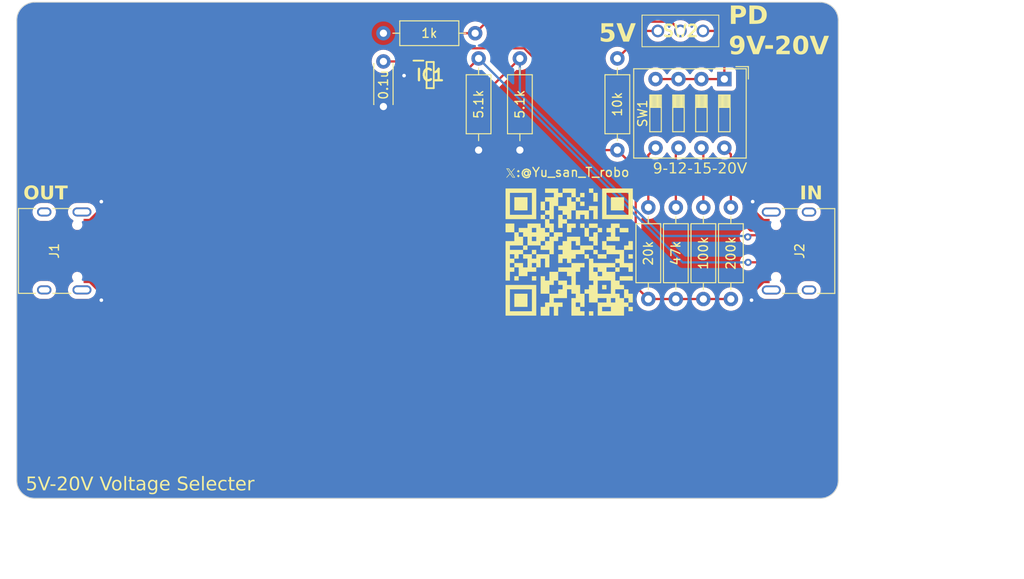
<source format=kicad_pcb>
(kicad_pcb (version 20240108) (generator "pcbnew") (generator_version "8.0")
  (layers (0 "F.Cu" signal) (31 "B.Cu" signal) (34 "B.Paste" user) (35 "F.Paste" user) (36 "B.SilkS" user "B.Silkscreen") (37 "F.SilkS" user "F.Silkscreen") (38 "B.Mask" user) (39 "F.Mask" user) (44 "Edge.Cuts" user))
  (net 0 "")
  (net 1 "/VDD")
  (net 2 "GND")
  (net 3 "Net-(SW2-C)")
  (net 4 "Net-(IC1-CC1)")
  (net 5 "Net-(IC1-CC2)")
  (net 6 "/100k")
  (net 8 "/VBUS")
  (net 13 "Net-(R4-Pad1)")
  (net 14 "Net-(R5-Pad1)")
  (net 15 "Net-(R6-Pad1)")
  (net 16 "Net-(R7-Pad1)")
  (net 17 "Net-(SW2-A)")
  (footprint "Capacitor_THT:C_Disc_D4.3mm_W1.9mm_P5.00mm" (layer "F.Cu") (at 124.587 59.516 -90)
    (property "Reference" "0.1u" (at 2.587 0 90) (layer "F.SilkS"))
    (property "Value" "0.1u")
    (pad "1" thru_hole circle (at 0 0 270) (size 1.6 1.6) (drill 0.8) (layers "*.Cu" "*.Mask") (net 1 "/VDD"))
    (pad "2" thru_hole circle (at 5 0 270) (size 1.6 1.6) (drill 0.8) (layers "*.Cu" "*.Mask") (net 2 "GND"))
  )
  (footprint "Resistor_THT:R_Axial_DIN0207_L6.3mm_D2.5mm_P10.16mm_Horizontal" (layer "F.Cu") (at 135.128 59.182 -90)
    (property "Reference" "5.1k" (at 5.08 0 90) (layer "F.SilkS"))
    (property "Value" "5.1k")
    (pad "1" thru_hole circle (at 0 0 270) (size 1.6 1.6) (drill 0.8) (layers "*.Cu" "*.Mask") (net 5 "Net-(IC1-CC2)"))
    (pad "2" thru_hole oval (at 10.16 0 270) (size 1.6 1.6) (drill 0.8) (layers "*.Cu" "*.Mask") (net 2 "GND"))
  )
  (footprint "Button_Switch_THT:SW_DIP_SPSTx04_Slide_9.78x12.34mm_W7.62mm_P2.54mm" (layer "F.Cu") (at 162.346 61.468 -90)
    (property "Reference" "SW1" (at 3.81 9.057 90) (layer "F.SilkS"))
    (property "Value" "SW_DIP_x04")
    (pad "1" thru_hole rect (at 0 0 270) (size 1.6 1.6) (drill 0.8) (layers "*.Cu" "*.Mask") (net 17 "Net-(SW2-A)"))
    (pad "2" thru_hole oval (at 0 2.54 270) (size 1.6 1.6) (drill 0.8) (layers "*.Cu" "*.Mask") (net 17 "Net-(SW2-A)"))
    (pad "3" thru_hole oval (at 0 5.08 270) (size 1.6 1.6) (drill 0.8) (layers "*.Cu" "*.Mask") (net 17 "Net-(SW2-A)"))
    (pad "4" thru_hole oval (at 0 7.62 270) (size 1.6 1.6) (drill 0.8) (layers "*.Cu" "*.Mask") (net 17 "Net-(SW2-A)"))
    (pad "5" thru_hole oval (at 7.62 7.62 270) (size 1.6 1.6) (drill 0.8) (layers "*.Cu" "*.Mask") (net 13 "Net-(R4-Pad1)"))
    (pad "6" thru_hole oval (at 7.62 5.08 270) (size 1.6 1.6) (drill 0.8) (layers "*.Cu" "*.Mask") (net 14 "Net-(R5-Pad1)"))
    (pad "7" thru_hole oval (at 7.62 2.54 270) (size 1.6 1.6) (drill 0.8) (layers "*.Cu" "*.Mask") (net 15 "Net-(R6-Pad1)"))
    (pad "8" thru_hole oval (at 7.62 0 270) (size 1.6 1.6) (drill 0.8) (layers "*.Cu" "*.Mask") (net 16 "Net-(R7-Pad1)"))
  )
  (footprint "Resistor_THT:R_Axial_DIN0207_L6.3mm_D2.5mm_P10.16mm_Horizontal" (layer "F.Cu") (at 134.747 56.388 180)
    (property "Reference" "1k" (at 5.08 0 0) (layer "F.SilkS"))
    (property "Value" "1k")
    (pad "1" thru_hole circle (at 0 0 180) (size 1.6 1.6) (drill 0.8) (layers "*.Cu" "*.Mask") (net 1 "/VDD"))
    (pad "2" thru_hole oval (at 10.16 0 180) (size 1.6 1.6) (drill 0.8) (layers "*.Cu" "*.Mask") (net 8 "/VBUS"))
  )
  (footprint "Resistor_THT:R_Axial_DIN0207_L6.3mm_D2.5mm_P10.16mm_Horizontal" (layer "F.Cu") (at 150.495 59.182 -90)
    (property "Reference" "10k" (at 5.08 0 90) (layer "F.SilkS"))
    (property "Value" "10k")
    (pad "1" thru_hole circle (at 0 0 270) (size 1.6 1.6) (drill 0.8) (layers "*.Cu" "*.Mask") (net 3 "Net-(SW2-C)"))
    (pad "2" thru_hole oval (at 10.16 0 270) (size 1.6 1.6) (drill 0.8) (layers "*.Cu" "*.Mask") (net 6 "/100k"))
  )
  (footprint "image:Xlogo" (layer "F.Cu") (at 138.684 71.882)
    (property "Reference" "G***" (hide yes))
    (property "Value" "LOGO" (hide yes))
  )
  (footprint "Resistor_THT:R_Axial_DIN0207_L6.3mm_D2.5mm_P10.16mm_Horizontal" (layer "F.Cu") (at 160.02 75.692 -90)
    (property "Reference" "100k" (at 5.08 0 90) (layer "F.SilkS"))
    (property "Value" "100k")
    (pad "1" thru_hole circle (at 0 0 270) (size 1.6 1.6) (drill 0.8) (layers "*.Cu" "*.Mask") (net 15 "Net-(R6-Pad1)"))
    (pad "2" thru_hole oval (at 10.16 0 270) (size 1.6 1.6) (drill 0.8) (layers "*.Cu" "*.Mask") (net 6 "/100k"))
  )
  (footprint "samasys:SS12D00G3" (layer "F.Cu") (at 157.48 56.134 180)
    (property "Reference" "SW2" (at 0 0 0) (layer "F.SilkS") (effects (font (size 1.27 1.27) (thickness 0.254))))
    (property "Value" "SW_SPDT" (hide yes))
    (pad "1" thru_hole circle (at -2.5 0 180) (size 1.4 1.4) (drill 0.9) (layers "*.Cu" "*.Mask") (net 17 "Net-(SW2-A)"))
    (pad "2" thru_hole circle (at 0 0 180) (size 1.4 1.4) (drill 0.9) (layers "*.Cu" "*.Mask") (net 1 "/VDD"))
    (pad "3" thru_hole circle (at 2.5 0 180) (size 1.4 1.4) (drill 0.9) (layers "*.Cu" "*.Mask") (net 3 "Net-(SW2-C)"))
  )
  (footprint "Resistor_THT:R_Axial_DIN0207_L6.3mm_D2.5mm_P10.16mm_Horizontal" (layer "F.Cu") (at 153.924 75.692 -90)
    (property "Reference" "20k" (at 5.08 0 90) (layer "F.SilkS"))
    (property "Value" "20k")
    (pad "1" thru_hole circle (at 0 0 270) (size 1.6 1.6) (drill 0.8) (layers "*.Cu" "*.Mask") (net 13 "Net-(R4-Pad1)"))
    (pad "2" thru_hole oval (at 10.16 0 270) (size 1.6 1.6) (drill 0.8) (layers "*.Cu" "*.Mask") (net 6 "/100k"))
  )
  (footprint "Connector_USB:USB_C_Receptacle_HRO_TYPE-C-31-M-12" (layer "F.Cu") (at 170.675 80.53 90)
    (property "Reference" "J2" (at 0 0.013 90) (layer "F.SilkS"))
    (property "Value" "USB_C_Receptacle_USB2.0")
    (pad "" np_thru_hole circle (at -2.89 -2.6 90) (size 0.65 0.65) (drill 0.65) (layers "*.Cu" "*.Mask"))
    (pad "" np_thru_hole circle (at 2.89 -2.6 90) (size 0.65 0.65) (drill 0.65) (layers "*.Cu" "*.Mask"))
    (pad "A1" smd rect (at -3.25 -4.045 90) (size 0.6 1.45) (layers "F.Cu" "F.Paste" "F.Mask") (net 2 "GND"))
    (pad "A4" smd rect (at -2.45 -4.045 90) (size 0.6 1.45) (layers "F.Cu" "F.Paste" "F.Mask") (net 8 "/VBUS"))
    (pad "A5" smd rect (at -1.25 -4.045 90) (size 0.3 1.45) (layers "F.Cu" "F.Paste" "F.Mask") (net 5 "Net-(IC1-CC2)"))
    (pad "A6" smd rect (at -0.25 -4.045 90) (size 0.3 1.45) (layers "F.Cu" "F.Paste" "F.Mask"))
    (pad "A7" smd rect (at 0.25 -4.045 90) (size 0.3 1.45) (layers "F.Cu" "F.Paste" "F.Mask"))
    (pad "A8" smd rect (at 1.25 -4.045 90) (size 0.3 1.45) (layers "F.Cu" "F.Paste" "F.Mask"))
    (pad "A9" smd rect (at 2.45 -4.045 90) (size 0.6 1.45) (layers "F.Cu" "F.Paste" "F.Mask") (net 8 "/VBUS"))
    (pad "A12" smd rect (at 3.25 -4.045 90) (size 0.6 1.45) (layers "F.Cu" "F.Paste" "F.Mask") (net 2 "GND"))
    (pad "B1" smd rect (at 3.25 -4.045 90) (size 0.6 1.45) (layers "F.Cu" "F.Paste" "F.Mask") (net 2 "GND"))
    (pad "B4" smd rect (at 2.45 -4.045 90) (size 0.6 1.45) (layers "F.Cu" "F.Paste" "F.Mask") (net 8 "/VBUS"))
    (pad "B5" smd rect (at 1.75 -4.045 90) (size 0.3 1.45) (layers "F.Cu" "F.Paste" "F.Mask") (net 4 "Net-(IC1-CC1)"))
    (pad "B6" smd rect (at 0.75 -4.045 90) (size 0.3 1.45) (layers "F.Cu" "F.Paste" "F.Mask"))
    (pad "B7" smd rect (at -0.75 -4.045 90) (size 0.3 1.45) (layers "F.Cu" "F.Paste" "F.Mask"))
    (pad "B8" smd rect (at -1.75 -4.045 90) (size 0.3 1.45) (layers "F.Cu" "F.Paste" "F.Mask"))
    (pad "B9" smd rect (at -2.45 -4.045 90) (size 0.6 1.45) (layers "F.Cu" "F.Paste" "F.Mask") (net 8 "/VBUS"))
    (pad "B12" smd rect (at -3.25 -4.045 90) (size 0.6 1.45) (layers "F.Cu" "F.Paste" "F.Mask") (net 2 "GND"))
    (pad "S1" thru_hole oval (at -4.32 -3.13 90) (size 1 2.1) (drill oval 0.6 1.7) (layers "*.Cu" "*.Mask"))
    (pad "S1" thru_hole oval (at -4.32 1.05 90) (size 1 1.6) (drill oval 0.6 1.2) (layers "*.Cu" "*.Mask"))
    (pad "S1" thru_hole oval (at 4.32 -3.13 90) (size 1 2.1) (drill oval 0.6 1.7) (layers "*.Cu" "*.Mask"))
    (pad "S1" thru_hole oval (at 4.32 1.05 90) (size 1 1.6) (drill oval 0.6 1.2) (layers "*.Cu" "*.Mask"))
  )
  (footprint "image:QR_Twitter2023" (layer "F.Cu") (at 145.161 80.645)
    (property "Reference" "G***" (hide yes))
    (property "Value" "LOGO" (hide yes))
  )
  (footprint "Resistor_THT:R_Axial_DIN0207_L6.3mm_D2.5mm_P10.16mm_Horizontal" (layer "F.Cu") (at 139.7 59.182 -90)
    (property "Reference" "5.1k" (at 5.08 0 90) (layer "F.SilkS"))
    (property "Value" "5.1k")
    (pad "1" thru_hole circle (at 0 0 270) (size 1.6 1.6) (drill 0.8) (layers "*.Cu" "*.Mask") (net 4 "Net-(IC1-CC1)"))
    (pad "2" thru_hole oval (at 10.16 0 270) (size 1.6 1.6) (drill 0.8) (layers "*.Cu" "*.Mask") (net 2 "GND"))
  )
  (footprint "samasys:SOT95P280X120-6N" (layer "F.Cu") (at 129.764 61.026)
    (property "Reference" "IC1" (at 0 0 0) (layer "F.SilkS") (effects (font (size 1.27 1.27) (thickness 0.254))))
    (property "Value" "CH221K" (hide yes))
    (pad "1" smd rect (at -1.3 -0.95 90) (size 0.6 1.1) (layers "F.Cu" "F.Paste" "F.Mask") (net 1 "/VDD"))
    (pad "2" smd rect (at -1.3 0 90) (size 0.6 1.1) (layers "F.Cu" "F.Paste" "F.Mask") (net 2 "GND"))
    (pad "3" smd rect (at -1.3 0.95 90) (size 0.6 1.1) (layers "F.Cu" "F.Paste" "F.Mask"))
    (pad "4" smd rect (at 1.3 0.95 90) (size 0.6 1.1) (layers "F.Cu" "F.Paste" "F.Mask") (net 4 "Net-(IC1-CC1)"))
    (pad "5" smd rect (at 1.3 0 90) (size 0.6 1.1) (layers "F.Cu" "F.Paste" "F.Mask") (net 5 "Net-(IC1-CC2)"))
    (pad "6" smd rect (at 1.3 -0.95 90) (size 0.6 1.1) (layers "F.Cu" "F.Paste" "F.Mask") (net 6 "/100k"))
  )
  (footprint "Resistor_THT:R_Axial_DIN0207_L6.3mm_D2.5mm_P10.16mm_Horizontal" (layer "F.Cu") (at 163.068 75.692 -90)
    (property "Reference" "200k" (at 5.08 0 90) (layer "F.SilkS"))
    (property "Value" "200k")
    (pad "1" thru_hole circle (at 0 0 270) (size 1.6 1.6) (drill 0.8) (layers "*.Cu" "*.Mask") (net 16 "Net-(R7-Pad1)"))
    (pad "2" thru_hole oval (at 10.16 0 270) (size 1.6 1.6) (drill 0.8) (layers "*.Cu" "*.Mask") (net 6 "/100k"))
  )
  (footprint "Resistor_THT:R_Axial_DIN0207_L6.3mm_D2.5mm_P10.16mm_Horizontal" (layer "F.Cu") (at 156.972 75.692 -90)
    (property "Reference" "47k" (at 5.08 0 90) (layer "F.SilkS"))
    (property "Value" "47k")
    (pad "1" thru_hole circle (at 0 0 270) (size 1.6 1.6) (drill 0.8) (layers "*.Cu" "*.Mask") (net 14 "Net-(R5-Pad1)"))
    (pad "2" thru_hole oval (at 10.16 0 270) (size 1.6 1.6) (drill 0.8) (layers "*.Cu" "*.Mask") (net 6 "/100k"))
  )
  (footprint "Connector_USB:USB_C_Receptacle_HRO_TYPE-C-31-M-12" (layer "F.Cu") (at 88.07 80.52 -90)
    (property "Reference" "J1" (at -0.002 -0.068 90) (layer "F.SilkS"))
    (property "Value" "USB_C_Receptacle_USB2.0")
    (pad "" np_thru_hole circle (at -2.89 -2.6 270) (size 0.65 0.65) (drill 0.65) (layers "*.Cu" "*.Mask"))
    (pad "" np_thru_hole circle (at 2.89 -2.6 270) (size 0.65 0.65) (drill 0.65) (layers "*.Cu" "*.Mask"))
    (pad "A1" smd rect (at -3.25 -4.045 270) (size 0.6 1.45) (layers "F.Cu" "F.Paste" "F.Mask") (net 2 "GND"))
    (pad "A4" smd rect (at -2.45 -4.045 270) (size 0.6 1.45) (layers "F.Cu" "F.Paste" "F.Mask") (net 8 "/VBUS"))
    (pad "A5" smd rect (at -1.25 -4.045 270) (size 0.3 1.45) (layers "F.Cu" "F.Paste" "F.Mask"))
    (pad "A6" smd rect (at -0.25 -4.045 270) (size 0.3 1.45) (layers "F.Cu" "F.Paste" "F.Mask"))
    (pad "A7" smd rect (at 0.25 -4.045 270) (size 0.3 1.45) (layers "F.Cu" "F.Paste" "F.Mask"))
    (pad "A8" smd rect (at 1.25 -4.045 270) (size 0.3 1.45) (layers "F.Cu" "F.Paste" "F.Mask"))
    (pad "A9" smd rect (at 2.45 -4.045 270) (size 0.6 1.45) (layers "F.Cu" "F.Paste" "F.Mask") (net 8 "/VBUS"))
    (pad "A12" smd rect (at 3.25 -4.045 270) (size 0.6 1.45) (layers "F.Cu" "F.Paste" "F.Mask") (net 2 "GND"))
    (pad "B1" smd rect (at 3.25 -4.045 270) (size 0.6 1.45) (layers "F.Cu" "F.Paste" "F.Mask") (net 2 "GND"))
    (pad "B4" smd rect (at 2.45 -4.045 270) (size 0.6 1.45) (layers "F.Cu" "F.Paste" "F.Mask") (net 8 "/VBUS"))
    (pad "B5" smd rect (at 1.75 -4.045 270) (size 0.3 1.45) (layers "F.Cu" "F.Paste" "F.Mask"))
    (pad "B6" smd rect (at 0.75 -4.045 270) (size 0.3 1.45) (layers "F.Cu" "F.Paste" "F.Mask"))
    (pad "B7" smd rect (at -0.75 -4.045 270) (size 0.3 1.45) (layers "F.Cu" "F.Paste" "F.Mask"))
    (pad "B8" smd rect (at -1.75 -4.045 270) (size 0.3 1.45) (layers "F.Cu" "F.Paste" "F.Mask"))
    (pad "B9" smd rect (at -2.45 -4.045 270) (size 0.6 1.45) (layers "F.Cu" "F.Paste" "F.Mask") (net 8 "/VBUS"))
    (pad "B12" smd rect (at -3.25 -4.045 270) (size 0.6 1.45) (layers "F.Cu" "F.Paste" "F.Mask") (net 2 "GND"))
    (pad "S1" thru_hole oval (at -4.32 -3.13 270) (size 1 2.1) (drill oval 0.6 1.7) (layers "*.Cu" "*.Mask"))
    (pad "S1" thru_hole oval (at -4.32 1.05 270) (size 1 1.6) (drill oval 0.6 1.2) (layers "*.Cu" "*.Mask"))
    (pad "S1" thru_hole oval (at 4.32 -3.13 270) (size 1 2.1) (drill oval 0.6 1.7) (layers "*.Cu" "*.Mask"))
    (pad "S1" thru_hole oval (at 4.32 1.05 270) (size 1 1.6) (drill oval 0.6 1.2) (layers "*.Cu" "*.Mask"))
  )
  (gr_line (start 172.97 107.95) (end 85.97 107.95) (stroke (width 0.1)) (layer "Edge.Cuts"))
  (gr_arc (start 172.97 52.95) (mid 174.384214 53.535786) (end 174.97 54.95) (stroke (width 0.1)) (layer "Edge.Cuts"))
  (gr_arc (start 174.97 105.95) (mid 174.384214 107.364214) (end 172.97 107.95) (stroke (width 0.1)) (layer "Edge.Cuts"))
  (gr_line (start 174.97 54.95) (end 174.97 105.95) (stroke (width 0.1)) (layer "Edge.Cuts"))
  (gr_line (start 83.97 105.95) (end 83.97 54.95) (stroke (width 0.1)) (layer "Edge.Cuts"))
  (gr_arc (start 83.97 54.95) (mid 84.555786 53.535786) (end 85.97 52.95) (stroke (width 0.1)) (layer "Edge.Cuts"))
  (gr_line (start 85.97 52.95) (end 172.97 52.95) (stroke (width 0.1)) (layer "Edge.Cuts"))
  (gr_arc (start 85.97 107.95) (mid 84.555786 107.364214) (end 83.97 105.95) (stroke (width 0.1)) (layer "Edge.Cuts"))
  (gr_text ":@Yu_san_T_robo" (at 139.192 72.39 0) (layer "F.SilkS") (effects (font (size 1 1)) (justify left bottom)))
  (gr_text "OUT" (at 84.709 75.057 0) (layer "F.SilkS") (effects (font (size 1.5 1.5) (thickness 0.3) (bold yes)) (justify left bottom)))
  (gr_text "9-12-15-20V" (at 154.432 72.136 0) (layer "F.SilkS") (effects (font (size 1.2 1.2)) (justify left bottom)))
  (gr_text "IN" (at 170.688 75.057 0) (layer "F.SilkS") (effects (font (size 1.5 1.5) (thickness 0.3) (bold yes)) (justify left bottom)))
  (gr_text "5V-20V Voltage Selecter" (at 84.963 107.315 0) (layer "F.SilkS") (effects (font (size 1.5 1.5) (thickness 0.15) (italic yes)) (justify left bottom)))
  (gr_text "PD\n9V-20V" (at 162.814 59.055 0) (layer "F.SilkS") (effects (font (size 2 2) (thickness 0.3) (bold yes)) (justify left bottom)))
  (gr_text "5V" (at 150.495 57.658 0) (layer "F.SilkS") (effects (font (size 2 2) (thickness 0.3) (bold yes)) (justify bottom)))
  (segment (start 124.587 59.516) (end 127.904 59.516) (width 0.25) (layer "F.Cu") (net 1))
  (segment (start 156.455 55.109) (end 136.026 55.109) (width 0.25) (layer "F.Cu") (net 1))
  (segment (start 136.026 55.109) (end 134.747 56.388) (width 0.25) (layer "F.Cu") (net 1))
  (segment (start 157.48 56.134) (end 156.455 55.109) (width 0.25) (layer "F.Cu") (net 1))
  (segment (start 134.747 56.388) (end 132.152 56.388) (width 0.25) (layer "F.Cu") (net 1))
  (segment (start 132.152 56.388) (end 128.464 60.076) (width 0.25) (layer "F.Cu") (net 1))
  (segment (start 127.904 59.516) (end 128.464 60.076) (width 0.25) (layer "F.Cu") (net 1))
  (segment (start 92.115 83.77) (end 93.345 85) (width 0.6) (layer "F.Cu") (net 2))
  (segment (start 92.115 77.27) (end 93.345 76.04) (width 0.6) (layer "F.Cu") (net 2))
  (segment (start 128.403 61.087) (end 128.464 61.026) (width 0.25) (layer "F.Cu") (net 2))
  (segment (start 93.345 85.979) (end 93.345 85.852) (width 0.6) (layer "F.Cu") (net 2))
  (segment (start 165.354 85.979) (end 165.354 85.852) (width 0.6) (layer "F.Cu") (net 2))
  (segment (start 93.345 75.057) (end 93.345 75.184) (width 0.6) (layer "F.Cu") (net 2))
  (segment (start 93.345 85) (end 93.345 85.979) (width 0.6) (layer "F.Cu") (net 2))
  (segment (start 165.481 75.057) (end 165.481 75.184) (width 0.6) (layer "F.Cu") (net 2))
  (segment (start 166.63 83.78) (end 165.354 85.056) (width 0.6) (layer "F.Cu") (net 2))
  (segment (start 126.873 61.087) (end 128.403 61.087) (width 0.25) (layer "F.Cu") (net 2))
  (segment (start 165.354 85.056) (end 165.354 85.979) (width 0.6) (layer "F.Cu") (net 2))
  (segment (start 165.481 76.131) (end 165.481 75.057) (width 0.6) (layer "F.Cu") (net 2))
  (segment (start 166.63 77.28) (end 165.481 76.131) (width 0.6) (layer "F.Cu") (net 2))
  (segment (start 93.345 76.04) (end 93.345 75.057) (width 0.6) (layer "F.Cu") (net 2))
  (via (at 165.481 75.057) (size 0.8) (drill 0.4) (layers "F.Cu" "B.Cu") (net 2))
  (via (at 93.345 85.979) (size 0.8) (drill 0.4) (layers "F.Cu" "B.Cu") (net 2))
  (via (at 93.345 75.057) (size 0.8) (drill 0.4) (layers "F.Cu" "B.Cu") (net 2))
  (via (at 165.354 85.979) (size 0.8) (drill 0.4) (layers "F.Cu" "B.Cu") (net 2))
  (via (at 126.873 61.087) (size 0.8) (drill 0.4) (layers "F.Cu" "B.Cu") (net 2))
  (segment (start 154.98 56.134) (end 153.543 56.134) (width 0.25) (layer "F.Cu") (net 3))
  (segment (start 153.543 56.134) (end 150.495 59.182) (width 0.25) (layer "F.Cu") (net 3))
  (segment (start 164.998053 78.968947) (end 165.1 78.867) (width 0.25) (layer "F.Cu") (net 4))
  (segment (start 131.064 61.976) (end 136.906 61.976) (width 0.25) (layer "F.Cu") (net 4))
  (segment (start 164.937617 78.968947) (end 165.126564 78.78) (width 0.25) (layer "F.Cu") (net 4))
  (segment (start 164.937617 78.968947) (end 164.998053 78.968947) (width 0.25) (layer "F.Cu") (net 4))
  (segment (start 165.126564 78.78) (end 166.63 78.78) (width 0.25) (layer "F.Cu") (net 4))
  (segment (start 136.906 61.976) (end 139.7 59.182) (width 0.25) (layer "F.Cu") (net 4))
  (via (at 164.937617 78.968947) (size 0.8) (drill 0.4) (layers "F.Cu" "B.Cu") (net 4))
  (segment (start 164.83567 78.867) (end 155.449396 78.867) (width 0.25) (layer "B.Cu") (net 4))
  (segment (start 139.7 63.117604) (end 139.7 59.182) (width 0.25) (layer "B.Cu") (net 4))
  (segment (start 155.449396 78.867) (end 139.7 63.117604) (width 0.25) (layer "B.Cu") (net 4))
  (segment (start 164.937617 78.968947) (end 164.83567 78.867) (width 0.25) (layer "B.Cu") (net 4))
  (segment (start 131.064 61.026) (end 133.284 61.026) (width 0.25) (layer "F.Cu") (net 5))
  (segment (start 165.1 81.788) (end 165.108 81.78) (width 0.25) (layer "F.Cu") (net 5))
  (segment (start 164.981 81.78) (end 164.973 81.788) (width 0.25) (layer "F.Cu") (net 5))
  (segment (start 164.973 81.788) (end 165.1 81.788) (width 0.25) (layer "F.Cu") (net 5))
  (segment (start 133.284 61.026) (end 135.128 59.182) (width 0.25) (layer "F.Cu") (net 5))
  (segment (start 166.63 81.78) (end 164.981 81.78) (width 0.25) (layer "F.Cu") (net 5))
  (via (at 164.973 81.788) (size 0.8) (drill 0.4) (layers "F.Cu" "B.Cu") (net 5))
  (segment (start 157.734 81.788) (end 135.128 59.182) (width 0.25) (layer "B.Cu") (net 5))
  (segment (start 164.973 81.788) (end 157.734 81.788) (width 0.25) (layer "B.Cu") (net 5))
  (segment (start 152.527 84.455) (end 153.924 85.852) (width 0.25) (layer "F.Cu") (net 6))
  (segment (start 152.527 71.374) (end 152.527 84.455) (width 0.25) (layer "F.Cu") (net 6))
  (segment (start 163.068 85.852) (end 153.924 85.852) (width 0.25) (layer "F.Cu") (net 6))
  (segment (start 150.495 69.342) (end 152.527 71.374) (width 0.25) (layer "F.Cu") (net 6))
  (segment (start 147.828 68.072) (end 147.828 65.719009) (width 0.25) (layer "F.Cu") (net 6))
  (segment (start 149.098 69.342) (end 147.828 68.072) (width 0.25) (layer "F.Cu") (net 6))
  (segment (start 140.165991 58.057) (end 133.083 58.057) (width 0.25) (layer "F.Cu") (net 6))
  (segment (start 133.083 58.057) (end 131.064 60.076) (width 0.25) (layer "F.Cu") (net 6))
  (segment (start 147.828 65.719009) (end 140.165991 58.057) (width 0.25) (layer "F.Cu") (net 6))
  (segment (start 150.495 69.342) (end 149.098 69.342) (width 0.25) (layer "F.Cu") (net 6))
  (segment (start 164.973 77.748) (end 164.973 77.343) (width 0.6) (layer "F.Cu") (net 8))
  (segment (start 92.115 82.97) (end 93.687 82.97) (width 0.6) (layer "F.Cu") (net 8))
  (segment (start 164.973 83.312) (end 164.973 83.82) (width 0.6) (layer "F.Cu") (net 8))
  (segment (start 165.305 78.08) (end 164.973 77.748) (width 0.6) (layer "F.Cu") (net 8))
  (segment (start 166.63 78.08) (end 165.305 78.08) (width 0.6) (layer "F.Cu") (net 8))
  (segment (start 166.63 82.98) (end 165.305 82.98) (width 0.6) (layer "F.Cu") (net 8))
  (segment (start 92.115 78.07) (end 93.761 78.07) (width 0.6) (layer "F.Cu") (net 8))
  (segment (start 165.305 82.98) (end 164.973 83.312) (width 0.6) (layer "F.Cu") (net 8))
  (segment (start 153.924 69.89) (end 154.726 69.088) (width 0.25) (layer "F.Cu") (net 13))
  (segment (start 153.924 75.692) (end 153.924 69.89) (width 0.25) (layer "F.Cu") (net 13))
  (segment (start 156.972 75.692) (end 156.972 69.382) (width 0.25) (layer "F.Cu") (net 14))
  (segment (start 156.972 69.382) (end 157.266 69.088) (width 0.25) (layer "F.Cu") (net 14))
  (segment (start 160.02 75.692) (end 160.02 69.302) (width 0.25) (layer "F.Cu") (net 15))
  (segment (start 160.02 69.302) (end 159.806 69.088) (width 0.25) (layer "F.Cu") (net 15))
  (segment (start 163.068 69.81) (end 162.346 69.088) (width 0.25) (layer "F.Cu") (net 16))
  (segment (start 163.068 75.692) (end 163.068 69.81) (width 0.25) (layer "F.Cu") (net 16))
  (segment (start 162.346 61.468) (end 154.726 61.468) (width 0.25) (layer "F.Cu") (net 17))
  (segment (start 161.29 56.134) (end 159.98 56.134) (width 0.25) (layer "F.Cu") (net 17))
  (segment (start 162.346 57.19) (end 161.29 56.134) (width 0.25) (layer "F.Cu") (net 17))
  (segment (start 162.346 61.468) (end 162.346 57.19) (width 0.25) (layer "F.Cu") (net 17))
  (zone (net 8) (net_name "/VBUS") (layer "F.Cu") (connect_pads yes (clearance 0.5)) (min_thickness 0.25) (fill yes (thermal_gap 0.5) (thermal_bridge_width 0.5))
    (polygon (pts (xy 175.26 52.705) (xy 83.82 52.705) (xy 83.82 108.585) (xy 175.26 108.585)))
  )
  (zone (net 2) (net_name "GND") (layer "B.Cu") (priority 1) (connect_pads yes (clearance 0.5)) (min_thickness 0.25) (fill yes (thermal_gap 0.5) (thermal_bridge_width 0.5))
    (polygon (pts (xy 175.26 52.705) (xy 83.82 52.705) (xy 83.82 108.585) (xy 175.26 108.585)))
  )
)
</source>
